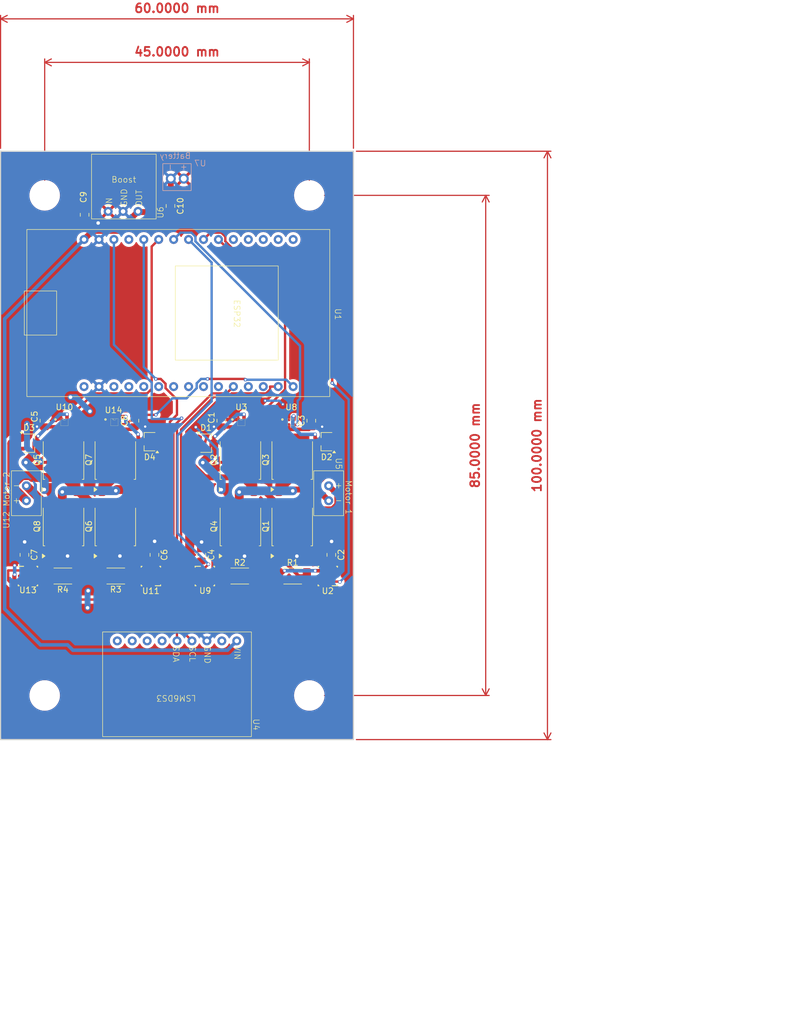
<source format=kicad_pcb>
(kicad_pcb (version 20241229) (generator "pcbnew") (generator_version "9.0")
  (layers (0 "F.Cu" signal) (2 "B.Cu" signal) (13 "F.Paste" user) (15 "B.Paste" user) (5 "F.SilkS" user "F.Silkscreen") (7 "B.SilkS" user "B.Silkscreen") (1 "F.Mask" user) (3 "B.Mask" user) (25 "Edge.Cuts" user))
  (net 0 "")
  (net 1 "+VDC")
  (net 2 "GND")
  (net 3 "Net-(U1-VIN)")
  (net 4 "Net-(D1-A)")
  (net 5 "Net-(D1-K)")
  (net 6 "Net-(D2-K)")
  (net 7 "Net-(D2-A)")
  (net 8 "Net-(D3-A)")
  (net 9 "Net-(D3-K)")
  (net 10 "Net-(D4-A)")
  (net 11 "Net-(D4-K)")
  (net 12 "Net-(Q1-G)")
  (net 13 "Net-(Q4-G)")
  (net 14 "Net-(Q6-G)")
  (net 15 "Net-(Q8-G)")
  (net 16 "Net-(U2-OUT)")
  (net 17 "Net-(U9-OUT)")
  (net 18 "Net-(U11-OUT)")
  (net 19 "Net-(U13-OUT)")
  (net 21 "/Motor1_Ena1")
  (net 23 "Net-(U1-D22)")
  (net 24 "/Motor2_Ena1")
  (net 25 "Net-(U1-D21)")
  (net 28 "/Motor2_PWM1")
  (net 32 "/Motor1_PWM1")
  (net 35 "/Motor1_PWM2")
  (net 38 "/Motor1_Ena2")
  (net 43 "/Motor2_Ena2")
  (net 44 "/Motor2_PWM2")
  (footprint "MountingHole:MountingHole_5mm" (layer "F.Cu") (at 104.41 53.5)
    (property "Reference" "REF**" (hide yes))
    (property "Value" "MountingHole_5mm")
  )
  (footprint "Resistor_SMD:R_2010_5025Metric_Pad1.40x2.65mm_HandSolder" (layer "F.Cu") (at 116.5 118.2 180)
    (property "Reference" "R3")
    (property "Value" "0.5 Ohms")
  )
  (footprint "Capacitor_SMD:C_0805_2012Metric_Pad1.18x1.45mm_HandSolder" (layer "F.Cu") (at 153.14625 114.6 -90)
    (property "Reference" "C2")
    (property "Value" "4.7 uF")
  )
  (footprint "MountingHole:MountingHole_5mm" (layer "F.Cu") (at 104.41 138.5)
    (property "Reference" "REF**" (hide yes))
    (property "Value" "MountingHole_5mm")
  )
  (footprint "Custom Footprints:LM5112SD" (layer "F.Cu") (at 152.54625 118.2 180)
    (property "Reference" "U2")
    (property "Value" "LM5112SD/NOPB" (hide yes))
  )
  (footprint "Capacitor_SMD:C_0805_2012Metric_Pad1.18x1.45mm_HandSolder" (layer "F.Cu") (at 100.96625 114.6 -90)
    (property "Reference" "C7")
    (property "Value" "4.7 uF")
  )
  (footprint "Package_TO_SOT_SMD:TSOT-23" (layer "F.Cu") (at 152.35125 95.385 180)
    (property "Reference" "D2")
    (property "Value" "10V Zener")
  )
  (footprint "Package_TO_SOT_SMD:TO-252-2" (layer "F.Cu") (at 107.6125 109.76 90)
    (property "Reference" "Q8")
    (property "Value" "Q_NMOS_Depletion_GDS")
  )
  (footprint "MountingHole:MountingHole_5mm" (layer "F.Cu") (at 149.41 53.5)
    (property "Reference" "REF**" (hide yes))
    (property "Value" "MountingHole_5mm")
  )
  (footprint "Resistor_SMD:R_2010_5025Metric_Pad1.40x2.65mm_HandSolder" (layer "F.Cu") (at 137.58 118.2)
    (property "Reference" "R2")
    (property "Value" "0.5 Ohms")
  )
  (footprint "Custom Footprints:Boost" (layer "F.Cu") (at 115.2 56.23 90)
    (property "Reference" "U6")
    (property "Value" "~" (hide yes))
  )
  (footprint "Capacitor_SMD:C_0805_2012Metric_Pad1.18x1.45mm_HandSolder" (layer "F.Cu") (at 131.04625 114.6 -90)
    (property "Reference" "C4")
    (property "Value" "4.7 uF")
  )
  (footprint "Custom Footprints:MIC5019YFT-TR" (layer "F.Cu") (at 107.76625 92.045)
    (property "Reference" "U10")
    (property "Value" "MIC5019YFT-TR")
  )
  (footprint "Custom Footprints:LM5112SD" (layer "F.Cu") (at 101.56625 118.2)
    (property "Reference" "U13")
    (property "Value" "LM5112SD/NOPB" (hide yes))
  )
  (footprint "Custom Footprints:MIC5019YFT-TR" (layer "F.Cu") (at 146.34625 92.045)
    (property "Reference" "U8")
    (property "Value" "MIC5019YFT-TR")
  )
  (footprint "Custom Footprints:LM5112SD" (layer "F.Cu") (at 131.64625 118.2)
    (property "Reference" "U9")
    (property "Value" "LM5112SD/NOPB" (hide yes))
  )
  (footprint "Package_TO_SOT_SMD:TO-252-2" (layer "F.Cu") (at 146.5 109.76 90)
    (property "Reference" "Q1")
    (property "Value" "Q_NMOS_Depletion_GDS")
  )
  (footprint "Custom Footprints:LM5112SD" (layer "F.Cu") (at 122.46625 118.2 180)
    (property "Reference" "U11")
    (property "Value" "LM5112SD/NOPB" (hide yes))
  )
  (footprint "Resistor_SMD:R_2010_5025Metric_Pad1.40x2.65mm_HandSolder" (layer "F.Cu") (at 107.5 118.2)
    (property "Reference" "R4")
    (property "Value" "0.5 Ohms")
  )
  (footprint "Package_TO_SOT_SMD:TO-252-2" (layer "F.Cu") (at 137.6925 98.46 90)
    (property "Reference" "Q2")
    (property "Value" "Q_NMOS_Depletion_GDS")
  )
  (footprint "Package_TO_SOT_SMD:TO-252-2" (layer "F.Cu") (at 137.6925 109.76 90)
    (property "Reference" "Q4")
    (property "Value" "Q_NMOS_Depletion_GDS")
  )
  (footprint "Package_TO_SOT_SMD:TO-252-2" (layer "F.Cu") (at 116.42 98.46 90)
    (property "Reference" "Q7")
    (property "Value" "Q_NMOS_Depletion_GDS")
  )
  (footprint "Capacitor_SMD:C_0805_2012Metric_Pad1.18x1.45mm_HandSolder" (layer "F.Cu") (at 123.06625 114.6 -90)
    (property "Reference" "C6")
    (property "Value" "4.7 uF")
  )
  (footprint "Capacitor_SMD:C_0805_2012Metric_Pad1.18x1.45mm_HandSolder" (layer "F.Cu") (at 119.66625 91.8 90)
    (property "Reference" "C8")
    (property "Value" "4.7 uF")
  )
  (footprint "Custom Footprints:MIC5019YFT-TR" (layer "F.Cu") (at 116.26625 92.045)
    (property "Reference" "U14")
    (property "Value" "MIC5019YFT-TR")
  )
  (footprint "Package_TO_SOT_SMD:TSOT-23" (layer "F.Cu") (at 131.84125 95.6)
    (property "Reference" "D1")
    (property "Value" "10V Zener")
  )
  (footprint "Package_TO_SOT_SMD:TSOT-23" (layer "F.Cu") (at 101.76125 95.6)
    (property "Reference" "D3")
    (property "Value" "10V Zener")
  )
  (footprint "Package_TO_SOT_SMD:TO-252-2" (layer "F.Cu") (at 116.42 109.76 90)
    (property "Reference" "Q6")
    (property "Value" "Q_NMOS_Depletion_GDS")
  )
  (footprint "Custom Footprints:Motor" (layer "F.Cu") (at 152.7 102.86)
    (property "Reference" "U5")
    (property "Value" "~" (hide yes))
  )
  (footprint "Custom Footprints:ESP32" (layer "F.Cu") (at 146.66 61 -90)
    (property "Reference" "U1")
    (property "Value" "~" (hide yes))
  )
  (footprint "Capacitor_SMD:C_0805_2012Metric_Pad1.18x1.45mm_HandSolder" (layer "F.Cu") (at 125.8 55.3 -90)
    (property "Reference" "C10")
    (property "Value" "4.7 uF")
  )
  (footprint "Capacitor_SMD:C_0805_2012Metric_Pad1.18x1.45mm_HandSolder" (layer "F.Cu") (at 111.2 56.8 90)
    (property "Reference" "C9")
    (property "Value" "4.7 uF")
  )
  (footprint "MountingHole:MountingHole_5mm" (layer "F.Cu") (at 149.41 138.5)
    (property "Reference" "REF**" (hide yes))
    (property "Value" "MountingHole_5mm")
  )
  (footprint "Capacitor_SMD:C_0805_2012Metric_Pad1.18x1.45mm_HandSolder" (layer "F.Cu") (at 149.74625 91.8 90)
    (property "Reference" "C3")
    (property "Value" "4.7 uF")
  )
  (footprint "Capacitor_SMD:C_0805_2012Metric_Pad1.18x1.45mm_HandSolder" (layer "F.Cu") (at 104.36625 91.8 90)
    (property "Reference" "C5")
    (property "Value" "4.7 uF")
  )
  (footprint "Custom Footprints:LSM6DS3" (layer "F.Cu") (at 137.07 129.224 -90)
    (property "Reference" "U4")
    (property "Value" "~" (hide yes))
  )
  (footprint "Custom Footprints:Motor" (layer "F.Cu") (at 101.3 105.4 180)
    (property "Reference" "U12")
    (property "Value" "~" (hide yes))
  )
  (footprint "Custom Footprints:MIC5019YFT-TR" (layer "F.Cu") (at 137.84625 92.045)
    (property "Reference" "U3")
    (property "Value" "MIC5019YFT-TR")
  )
  (footprint "Resistor_SMD:R_2010_5025Metric_Pad1.40x2.65mm_HandSolder" (layer "F.Cu") (at 146.58 118.2)
    (property "Reference" "R1")
    (property "Value" "0.5 Ohms")
  )
  (footprint "Package_TO_SOT_SMD:TSOT-23" (layer "F.Cu") (at 122.27125 95.385 180)
    (property "Reference" "D4")
    (property "Value" "10V Zener")
  )
  (footprint "Package_TO_SOT_SMD:TO-252-2" (layer "F.Cu") (at 146.5 98.46 90)
    (property "Reference" "Q3")
    (property "Value" "Q_NMOS_Depletion_GDS")
  )
  (footprint "Package_TO_SOT_SMD:TO-252-2" (layer "F.Cu") (at 107.6125 98.46 90)
    (property "Reference" "Q5")
    (property "Value" "Q_NMOS_Depletion_GDS")
  )
  (footprint "Capacitor_SMD:C_0805_2012Metric_Pad1.18x1.45mm_HandSolder" (layer "F.Cu") (at 134.44625 91.8 90)
    (property "Reference" "C1")
    (property "Value" "4.7 uF")
  )
  (footprint "Custom Footprints:Battery" (layer "B.Cu") (at 128.053 50.654 90)
    (property "Reference" "U7")
    (property "Value" "~" (hide yes))
  )
  (gr_rect (start 96.91 46) (end 156.91 146) (stroke (width 0.2)) (fill no) (layer "Edge.Cuts"))
  (dimension (type aligned) (layer "F.Cu") (pts (xy 96.91 46) (xy 156.91 46)) (height -22.5) (format (prefix "") (suffix "") (units 3) (units_format 1) (precision 4)) (style (thickness 0.2) (arrow_length 1.27) (text_position_mode 0) (arrow_direction outward) (extension_height 0.58642) (extension_offset 0.5) (keep_text_aligned yes)) (gr_text "60.0000 mm" (at 126.91 21.7 0) (layer "F.Cu") (effects (font (size 1.5 1.5) (thickness 0.3)))))
  (dimension (type aligned) (layer "F.Cu") (pts (xy 156.91 46) (xy 156.91 146)) (height -32.99) (format (prefix "") (suffix "") (units 3) (units_format 1) (precision 4)) (style (thickness 0.2) (arrow_length 1.27) (text_position_mode 0) (arrow_direction outward) (extension_height 0.58642) (extension_offset 0.5) (keep_text_aligned yes)) (gr_text "100.0000 mm" (at 188.1 96 90) (layer "F.Cu") (effects (font (size 1.5 1.5) (thickness 0.3)))))
  (dimension (type aligned) (layer "F.Cu") (pts (xy 104.41 53.5) (xy 149.41 53.5)) (height -22.6) (format (prefix "") (suffix "") (units 3) (units_format 1) (precision 4)) (style (thickness 0.2) (arrow_length 1.27) (text_position_mode 0) (arrow_direction outward) (extension_height 0.58642) (extension_offset 0.5) (keep_text_aligned yes)) (gr_text "45.0000 mm" (at 126.91 29.1 0) (layer "F.Cu") (effects (font (size 1.5 1.5) (thickness 0.3)))))
  (dimension (type aligned) (layer "F.Cu") (pts (xy 149.41 53.5) (xy 149.41 138.5)) (height -29.99) (format (prefix "") (suffix "") (units 3) (units_format 1) (precision 4)) (style (thickness 0.2) (arrow_length 1.27) (text_position_mode 0) (arrow_direction outward) (extension_height 0.58642) (extension_offset 0.5) (keep_text_aligned yes)) (gr_text "85.0000 mm" (at 177.6 96 90) (layer "F.Cu") (effects (font (size 1.5 1.5) (thickness 0.3)))))
  (segment (start 129.449998 119.149998) (end 130.24625 119.149998) (width 0.6) (layer "F.Cu") (net 1))
  (segment (start 135.27375 91.59) (end 134.44625 90.7625) (width 0.6) (layer "F.Cu") (net 1))
  (segment (start 149.18375 90.2) (end 149.74625 90.7625) (width 0.6) (layer "F.Cu") (net 1))
  (segment (start 129.1 116.85875) (end 129.1 118.8) (width 0.6) (layer "F.Cu") (net 1))
  (segment (start 131.04625 115.6375) (end 130.32125 115.6375) (width 0.6) (layer "F.Cu") (net 1))
  (segment (start 100.96625 115.6375) (end 100.0625 115.6375) (width 0.4) (layer "F.Cu") (net 1))
  (segment (start 100.6375 115.6375) (end 99.5 114.5) (width 1) (layer "F.Cu") (net 1))
  (segment (start 99.3 117.949999) (end 99.3 118.9) (width 0.6) (layer "F.Cu") (net 1))
  (segment (start 100.0625 115.6375) (end 99.3 116.4) (width 0.6) (layer "F.Cu") (net 1))
  (segment (start 137.39125 91.59) (end 135.27375 91.59) (width 0.6) (layer "F.Cu") (net 1))
  (segment (start 116.35205 90.1) (end 119.00375 90.1) (width 0.6) (layer "F.Cu") (net 1))
  (segment (start 145.89125 90.6708) (end 146.36205 90.2) (width 0.6) (layer "F.Cu") (net 1))
  (segment (start 99.549998 119.149998) (end 100.16625 119.149998) (width 0.6) (layer "F.Cu") (net 1))
  (segment (start 99.3 118.9) (end 99.549998 119.149998) (width 0.6) (layer "F.Cu") (net 1))
  (segment (start 130.32125 115.6375) (end 129.1 116.85875) (width 0.6) (layer "F.Cu") (net 1))
  (segment (start 115.81125 90.6408) (end 116.35205 90.1) (width 0.6) (layer "F.Cu") (net 1))
  (segment (start 146.36205 90.2) (end 149.18375 90.2) (width 0.6) (layer "F.Cu") (net 1))
  (segment (start 104.42875 90.7) (end 106.42125 90.7) (width 0.6) (layer "F.Cu") (net 1))
  (segment (start 104.36625 90.7625) (end 104.42875 90.7) (width 0.6) (layer "F.Cu") (net 1))
  (segment (start 100.96625 115.6375) (end 100.6375 115.6375) (width 1) (layer "F.Cu") (net 1))
  (segment (start 119.00375 90.1) (end 119.66625 90.7625) (width 0.6) (layer "F.Cu") (net 1))
  (segment (start 145.89125 91.59) (end 145.89125 90.6708) (width 0.6) (layer "F.Cu") (net 1))
  (segment (start 129.1 118.8) (end 129.449998 119.149998) (width 0.6) (layer "F.Cu") (net 1))
  (segment (start 123.06625 115.6375) (end 123.86625 116.4375) (width 0.6) (layer "F.Cu") (net 1))
  (segment (start 106.42125 90.7) (end 107.31125 91.59) (width 0.6) (layer "F.Cu") (net 1))
  (segment (start 115.81125 91.59) (end 115.81125 90.6408) (width 0.6) (layer "F.Cu") (net 1))
  (segment (start 123.86625 116.4375) (end 123.86625 117.250002) (width 0.6) (layer "F.Cu") (net 1))
  (via (at 111.8 120.7) (size 1) (drill 0.6) (layers "F.Cu" "B.Cu") (net 1))
  (via (at 108.8 87.8) (size 1) (drill 0.6) (layers "F.Cu" "B.Cu") (net 1))
  (via (at 111.7 123.6) (size 1) (drill 0.6) (layers "F.Cu" "B.Cu") (net 1))
  (via (at 112.1 90.2) (size 1) (drill 0.6) (layers "F.Cu" "B.Cu") (net 1))
  (via (at 133.8 99) (size 0.6) (drill 0.4) (layers "F.Cu" "B.Cu") (net 1))
  (via (at 144.9 89) (size 0.6) (drill 0.3) (layers "F.Cu" "B.Cu") (net 1))
  (via (at 99.3 116.4) (size 0.6) (drill 0.4) (layers "F.Cu" "B.Cu") (net 1))
  (via (at 99.3 117.949999) (size 0.6) (drill 0.4) (layers "F.Cu" "B.Cu") (net 1))
  (via (at 103.8 98.8) (size 0.6) (drill 0.3) (layers "F.Cu" "B.Cu") (net 1))
  (via (at 130.1 92.9) (size 0.6) (drill 0.4) (layers "F.Cu" "B.Cu") (net 1))
  (via (at 101.4 92.3) (size 0.6) (drill 0.3) (layers "F.Cu" "B.Cu") (net 1))
  (via (at 141.9 88.4) (size 0.6) (drill 0.3) (layers "F.Cu" "B.Cu") (net 1))
  (segment (start 111.7 120.8) (end 111.8 120.7) (width 1) (layer "B.Cu") (net 1))
  (segment (start 141.9 88.4) (end 144.3 88.4) (width 0.4) (layer "B.Cu") (net 1))
  (segment (start 144.3 88.4) (end 144.9 89) (width 0.4) (layer "B.Cu") (net 1))
  (segment (start 109.7 87.8) (end 112.1 90.2) (width 1) (layer "B.Cu") (net 1))
  (segment (start 108.8 87.8) (end 109.7 87.8) (width 1) (layer "B.Cu") (net 1))
  (segment (start 101.4 96.4) (end 101.4 92.3) (width 1) (layer "B.Cu") (net 1))
  (segment (start 111.7 123.6) (end 111.7 120.8) (width 1) (layer "B.Cu") (net 1))
  (segment (start 99.3 116.4) (end 99.3 117.949999) (width 0.6) (layer "B.Cu") (net 1))
  (segment (start 130.1 92.9) (end 133.8 96.6) (width 0.4) (layer "B.Cu") (net 1))
  (segment (start 133.8 96.6) (end 133.8 99) (width 0.4) (layer "B.Cu") (net 1))
  (segment (start 103.8 98.8) (end 101.4 96.4) (width 1) (layer "B.Cu") (net 1))
  (segment (start 133.055625 114.858125) (end 131.780625 113.583125) (width 0.6) (layer "F.Cu") (net 2))
  (segment (start 102.96625 118.2) (end 102.96625 117.249999) (width 0.6) (layer "F.Cu") (net 2))
  (segment (start 100.96625 113.5625) (end 100.96625 112.43375) (width 0.6) (layer "F.Cu") (net 2))
  (segment (start 133.226875 92.858125) (end 133.189375 92.820625) (width 0.6) (layer "F.Cu") (net 2))
  (segment (start 134.455625 92.858125) (end 137.063125 92.858125) (width 0.6) (layer "F.Cu") (net 2))
  (segment (start 151.5 115) (end 151.5 115.882588) (width 0.6) (layer "F.Cu") (net 2))
  (segment (start 100.96625 112.43375) (end 101 112.4) (width 0.6) (layer "F.Cu") (net 2))
  (segment (start 130.255625 118.220625) (end 131.655625 118.220625) (width 0.6) (layer "F.Cu") (net 2))
  (segment (start 118.7 114.8) (end 117.2 114.8) (width 1.5) (layer "F.Cu") (net 2))
  (segment (start 121.84125 114.7875) (end 121.84125 116.292588) (width 0.6) (layer "F.Cu") (net 2))
  (segment (start 131.055625 112.454375) (end 131.089375 112.420625) (width 0.6) (layer "F.Cu") (net 2))
  (segment (start 115.96725 93.254) (end 115.81125 93.098) (width 0.6) (layer "F.Cu") (net 2))
  (segment (start 104.36625 92.8375) (end 106.97375 92.8375) (width 0.6) (layer "F.Cu") (net 2))
  (segment (start 151.155625 118.220625) (end 152.555625 118.220625) (width 0.6) (layer "F.Cu") (net 2))
  (segment (start 121.06625 118.2) (end 121.06625 119.150001) (width 0.6) (layer "F.Cu") (net 2))
  (segment (start 125.853 50.654) (end 125.853 54.2095) (width 1) (layer "F.Cu") (net 2))
  (segment (start 102.96625 114.8375) (end 101.69125 113.5625) (width 0.6) (layer "F.Cu") (net 2))
  (segment (start 125.853 54.2095) (end 125.8 54.2625) (width 1) (layer "F.Cu") (net 2))
  (segment (start 103.1375 92.8375) (end 103.1 92.8) (width 0.6) (layer "F.Cu") (net 2))
  (segment (start 123.06625 113.5625) (end 121.84125 114.7875) (width 0.6) (layer "F.Cu") (net 2))
  (segment (start 153.155625 113.344375) (end 151.5 115) (width 0.6) (layer "F.Cu") (net 2))
  (segment (start 113.1375 57.8375) (end 113.5 58.2) (width 1) (layer "F.Cu") (net 2))
  (segment (start 119.66625 92.8375) (end 121.4625 92.8375) (width 0.6) (layer "F.Cu") (net 2))
  (segment (start 153.189375 112.320625) (end 153.155625 112.354375) (width 0.6) (layer "F.Cu") (net 2))
  (segment (start 134.455625 92.858125) (end 133.226875 92.858125) (width 0.6) (layer "F.Cu") (net 2))
  (segment (start 119.24975 93.254) (end 115.96725 93.254) (width 0.6) (layer "F.Cu") (net 2))
  (segment (start 153.155625 112.354375) (end 153.155625 113.344375) (width 0.6) (layer "F.Cu") (net 2))
  (segment (start 123.06625 113.5625) (end 123.06625 112.33375) (width 0.6) (layer "F.Cu") (net 2))
  (segment (start 115.81125 93.098) (end 115.81125 92.5) (width 0.6) (layer "F.Cu") (net 2))
  (segment (start 102.96625 117.249999) (end 102.96625 114.8375) (width 0.6) (layer "F.Cu") (net 2))
  (segment (start 122.46625 118.2) (end 123.86625 118.2) (width 0.6) (layer "F.Cu") (net 2))
  (segment (start 106.97375 92.8375) (end 107.31125 92.5) (width 0.6) (layer "F.Cu") (net 2))
  (segment (start 121.4625 92.8375) (end 121.5 92.8) (width 0.6) (layer "F.Cu") (net 2))
  (segment (start 100.16625 118.2) (end 101.56625 118.2) (width 0.6) (layer "F.Cu") (net 2))
  (segment (start 133.055625 118.220625) (end 133.055625 117.270624) (width 0.6) (layer "F.Cu") (net 2))
  (segment (start 146.056625 93.274625) (end 145.900625 93.118625) (width 0.6) (layer "F.Cu") (net 2))
  (segment (start 152.555625 118.220625) (end 153.955625 118.220625) (width 0.6) (layer "F.Cu") (net 2))
  (segment (start 119.66625 92.8375) (end 119.24975 93.254) (width 0.6) (layer "F.Cu") (net 2))
  (segment (start 122.46625 116.917588) (end 122.46625 118.2) (width 0.6) (layer "F.Cu") (net 2))
  (segment (start 151.5 115.882588) (end 152.555625 116.938213) (width 0.6) (layer "F.Cu") (net 2))
  (segment (start 149.755625 92.858125) (end 151.551875 92.858125) (width 0.6) (layer "F.Cu") (net 2))
  (segment (start 139.981875 114.820625) (end 138.389375 114.820625) (width 1.5) (layer "F.Cu") (net 2))
  (segment (start 109.8925 114.8) (end 108.3 114.8) (width 1.5) (layer "F.Cu") (net 2))
  (segment (start 149.339125 93.274625) (end 146.056625 93.274625) (width 0.6) (layer "F.Cu") (net 2))
  (segment (start 133.055625 117.270624) (end 133.055625 114.858125) (width 0.6) (layer "F.Cu") (net 2))
  (segment (start 131.780625 113.583125) (end 131.055625 113.583125) (width 0.6) (layer "F.Cu") (net 2))
  (segment (start 131.655625 118.220625) (end 133.055625 118.220625) (width 0.6) (layer "F.Cu") (net 2))
  (segment (start 123.06625 112.33375) (end 123.1 112.3) (width 0.6) (layer "F.Cu") (net 2))
  (segment (start 148.789375 114.820625) (end 147.289375 114.820625) (width 1.5) (layer "F.Cu") (net 2))
  (segment (start 152.555625 116.938213) (end 152.555625 118.220625) (width 0.6) (layer "F.Cu") (net 2))
  (segment (start 101.56625 118.2) (end 102.96625 118.2) (width 0.6) (layer "F.Cu") (net 2))
  (segment (start 101.69125 113.5625) (end 100.96625 113.5625) (width 0.6) (layer "F.Cu") (net 2))
  (segment (start 111.2 57.8375) (end 113.1375 57.8375) (width 1) (layer "F.Cu") (net 2))
  (segment (start 104.36625 92.8375) (end 103.1375 92.8375) (width 0.6) (layer "F.Cu") (net 2))
  (segment (start 121.84125 116.292588) (end 122.46625 116.917588) (width 0.6) (layer "F.Cu") (net 2))
  (segment (start 151.551875 92.858125) (end 151.589375 92.820625) (width 0.6) (layer "F.Cu") (net 2))
  (segment (start 151.155625 118.220625) (end 151.155625 119.170626) (width 0.6) (layer "F.Cu") (net 2))
  (segment (start 137.063125 92.858125) (end 137.400625 92.520625) (width 0.6) (layer "F.Cu") (net 2))
  (segment (start 145.900625 93.118625) (end 145.900625 92.520625) (width 0.6) (layer "F.Cu") (net 2))
  (segment (start 121.06625 118.2) (end 122.46625 118.2) (width 0.6) (layer "F.Cu") (net 2))
  (segment (start 131.055625 113.583125) (end 131.055625 112.454375) (width 0.6) (layer "F.Cu") (net 2))
  (segment (start 149.755625 92.858125) (end 149.339125 93.274625) (width 0.6) (layer "F.Cu") (net 2))
  (via (at 138.389375 114.820625) (size 1) (drill 0.6) (layers "F.Cu" "B.Cu") (net 2))
  (via (at 101 112.4) (size 1) (drill 0.6) (layers "F.Cu" "B.Cu") (net 2))
  (via (at 113.5 58.2) (size 1) (drill 0.6) (layers "F.Cu" "B.Cu") (net 2))
  (via (at 153.189375 112.320625) (size 1) (drill 0.6) (layers "F.Cu" "B.Cu") (net 2))
  (via (at 147.289375 114.820625) (size 1) (drill 0.6) (layers "F.Cu" "B.Cu") (net 2))
  (via (at 123.1 112.3) (size 1) (drill 0.6) (layers "F.Cu" "B.Cu") (net 2))
  (via (at 108.3 114.8) (size 1) (drill 0.6) (layers "F.Cu" "B.Cu") (net 2))
  (via (at 133.189375 92.820625) (size 0.6) (drill 0.4) (layers "F.Cu" "B.Cu") (net 2))
  (via (at 151.589375 92.820625) (size 0.6) (drill 0.4) (layers "F.Cu" "B.Cu") (net 2))
  (via (at 103.1 92.8) (size 0.6) (drill 0.4) (layers "F.Cu" "B.Cu") (net 2))
  (via (at 117.2 114.8) (size 1) (drill 0.6) (layers "F.Cu" "B.Cu") (net 2))
  (via (at 131.089375 112.420625) (size 1) (drill 0.6) (layers "F.Cu" "B.Cu") (net 2))
  (via (at 121.5 92.8) (size 0.6) (drill 0.4) (layers "F.Cu" "B.Cu") (net 2))
  (segment (start 116.972 59.538) (end 112.562 59.538) (width 1) (layer "F.Cu") (net 3))
  (segment (start 120.28 56.23) (end 116.972 59.538) (width 1) (layer "F.Cu") (net 3))
  (segment (start 120.3875 56.3375) (end 120.28 56.23) (width 1) (layer "F.Cu") (net 3))
  (segment (start 112.562 59.538) (end 111.1 61) (width 1) (layer "F.Cu") (net 3))
  (segment (start 125.8 56.3375) (end 120.3875 56.3375) (width 1) (layer "F.Cu") (net 3))
  (segment (start 109.2 130.8) (end 108.3 129.9) (width 0.6) (layer "B.Cu") (net 3))
  (segment (start 97.6 123.8) (end 97.6 74.5) (width 0.6) (layer "B.Cu") (net 3))
  (segment (start 103.7 129.9) (end 97.6 123.8) (width 0.6) (layer "B.Cu") (net 3))
  (segment (start 97.6 74.5) (end 111.1 61) (width 0.6) (layer "B.Cu") (net 3))
  (segment (start 135.494 130.8) (end 109.2 130.8) (width 0.6) (layer "B.Cu") (net 3))
  (segment (start 108.3 129.9) (end 103.7 129.9) (width 0.6) (layer "B.Cu") (net 3))
  (segment (start 137.07 129.224) (end 135.494 130.8) (width 0.6) (layer "B.Cu") (net 3))
  (segment (start 152.7 102.86) (end 154.162 104.322) (width 1) (layer "F.Cu") (net 4))
  (segment (start 139.9725 103.5) (end 141.5 103.5) (width 1) (layer "F.Cu") (net 4))
  (segment (start 141.5 103.5) (end 146.5 108.5) (width 1) (layer "F.Cu") (net 4))
  (segment (start 153.338 106.862) (end 148.062 106.862) (width 1) (layer "F.Cu") (net 4))
  (segment (start 130.53125 94.65) (end 129.22125 95.96) (width 1) (layer "F.Cu") (net 4))
  (segment (start 129.22125 99.02125) (end 131.630625 101.430625) (width 1) (layer "F.Cu") (net 4))
  (segment (start 129.22125 95.96) (end 129.22125 99.02125) (width 1) (layer "F.Cu") (net 4))
  (segment (start 154.162 104.322) (end 154.162 106.038) (width 1) (layer "F.Cu") (net 4))
  (segment (start 154.162 106.038) (end 153.338 106.862) (width 1) (layer "F.Cu") (net 4))
  (segment (start 131.630625 101.430625) (end 137.903125 101.430625) (width 1) (layer "F.Cu") (net 4))
  (segment (start 148.062 106.862) (end 148.025 106.825) (width 1) (layer "F.Cu") (net 4))
  (segment (start 137.903125 101.430625) (end 139.9725 103.5) (width 1) (layer "F.Cu") (net 4))
  (segment (start 133.160625 95.620625) (end 133.160625 94.649375) (width 0.6) (layer "F.Cu") (net 5))
  (segment (start 138.289375 90.720625) (end 138.3 90.73125) (width 0.6) (layer "F.Cu") (net 5))
  (segment (start 133.160625 97.049375) (end 133.160625 95.620625) (width 1.5) (layer "F.Cu") (net 5))
  (segment (start 138.289375 91.589375) (end 138.310625 91.610625) (width 0.4) (layer "F.Cu") (net 5))
  (segment (start 131.289375 98.920625) (end 133.160625 97.049375) (width 1.5) (layer "F.Cu") (net 5))
  (segment (start 138.3 91.57875) (end 138.289375 91.589375) (width 0.6) (layer "F.Cu") (net 5))
  (segment (start 135.421875 103.520625) (end 134.433539 103.520625) (width 1.5) (layer "F.Cu") (net 5))
  (segment (start 138.3 90.73125) (end 138.3 91.57875) (width 0.6) (layer "F.Cu") (net 5))
  (segment (start 133.160625 94.649375) (end 133.389375 94.420625) (width 0.6) (layer "F.Cu") (net 5))
  (via (at 131.289375 98.920625) (size 1) (drill 0.6) (layers "F.Cu" "B.Cu") (net 5))
  (via (at 134.433539 103.520625) (size 1) (drill 0.6) (layers "F.Cu" "B.Cu") (net 5))
  (via (at 133.389375 94.420625) (size 0.6) (drill 0.4) (layers "F.Cu" "B.Cu") (net 5))
  (via (at 138.289375 90.720625) (size 0.6) (drill 0.4) (layers "F.Cu" "B.Cu") (net 5))
  (segment (start 133.389375 94.420625) (end 133.434375 94.420625) (width 0.6) (layer "B.Cu") (net 5))
  (segment (start 134.433539 103.520625) (end 134.433539 102.064789) (width 1.5) (layer "B.Cu") (net 5))
  (segment (start 134.433539 102.064789) (end 131.289375 98.920625) (width 1.5) (layer "B.Cu") (net 5))
  (segment (start 137.134375 90.720625) (end 138.289375 90.720625) (width 0.6) (layer "B.Cu") (net 5))
  (segment (start 133.434375 94.420625) (end 137.134375 90.720625) (width 0.6) (layer "B.Cu") (net 5))
  (segment (start 146.379375 101.370625) (end 149.739375 101.370625) (width 1.5) (layer "F.Cu") (net 6))
  (segment (start 146.810625 91.07925) (end 146.810625 91.610625) (width 0.6) (layer "F.Cu") (net 6))
  (segment (start 146.731375 91) (end 146.810625 91.07925) (width 0.6) (layer "F.Cu") (net 6))
  (segment (start 151.050625 100.059375) (end 151.050625 95.405625) (width 1.5) (layer "F.Cu") (net 6))
  (segment (start 144.229375 103.520625) (end 146.379375 101.370625) (width 1.5) (layer "F.Cu") (net 6))
  (segment (start 149.739375 101.370625) (end 151.050625 100.059375) (width 1.5) (layer "F.Cu") (net 6))
  (segment (start 150.389375 94.744375) (end 151.050625 95.405625) (width 0.6) (layer "F.Cu") (net 6))
  (segment (start 150.389375 94.120625) (end 150.389375 94.744375) (width 0.6) (layer "F.Cu") (net 6))
  (via (at 150.389375 94.120625) (size 0.6) (drill 0.4) (layers "F.Cu" "B.Cu") (net 6))
  (via (at 146.731375 91) (size 0.6) (drill 0.4) (layers "F.Cu" "B.Cu") (net 6))
  (segment (start 146.589375 92.805996) (end 147.904004 94.120625) (width 0.6) (layer "B.Cu") (net 6))
  (segment (start 146.731375 91) (end 146.589375 91.142) (width 0.6) (layer "B.Cu") (net 6))
  (segment (start 147.904004 94.120625) (end 150.389375 94.120625) (width 0.6) (layer "B.Cu") (net 6))
  (segment (start 146.589375 91.142) (end 146.589375 92.805996) (width 0.6) (layer "B.Cu") (net 6))
  (segment (start 153.66125 99.49936) (end 153.66125 96.335) (width 1) (layer "F.Cu") (net 7))
  (segment (start 137.489375 103.920625) (end 137.489375 105.533125) (width 1.5) (layer "F.Cu") (net 7))
  (segment (start 150.8 103.5) (end 152.7 105.4) (width 1) (layer "F.Cu") (net 7))
  (segment (start 148.78 103.5) (end 150.8 103.5) (width 1) (layer "F.Cu") (net 7))
  (segment (start 137.489375 105.533125) (end 136.176875 106.845625) (width 1.5) (layer "F.Cu") (net 7))
  (segment (start 148.78 103.5) (end 149.66061 103.5) (width 1) (layer "F.Cu") (net 7))
  (segment (start 149.66061 103.5) (end 153.66125 99.49936) (width 1) (layer "F.Cu") (net 7))
  (segment (start 137.029375 108.520625) (end 137.701875 108.520625) (width 1.5) (layer "F.Cu") (net 7))
  (segment (start 148.78 103.5) (end 146.81 103.5) (width 1) (layer "F.Cu") (net 7))
  (segment (start 146.81 103.5) (end 146.589375 103.720625) (width 1) (layer "F.Cu") (net 7))
  (via (at 146.589375 103.720625) (size 1) (drill 0.6) (layers "F.Cu" "B.Cu") (net 7))
  (via (at 137.489375 103.920625) (size 1) (drill 0.6) (layers "F.Cu" "B.Cu") (net 7))
  (segment (start 146.589375 103.720625) (end 137.689375 103.720625) (width 1.5) (layer "B.Cu") (net 7))
  (segment (start 137.689375 103.720625) (end 137.489375 103.920625) (width 1.5) (layer "B.Cu") (net 7))
  (segment (start 109.916484 103.5) (end 109.8925 103.5) (width 1.5) (layer "F.Cu") (net 8))
  (segment (start 99.841251 94.65) (end 98.8 95.691251) (width 1.5) (layer "F.Cu") (net 8))
  (segment (start 102.311134 101.45) (end 102.009134 101.148) (width 1.5) (layer "F.Cu") (net 8))
  (segment (start 100.552 101.148) (end 98.8 102.9) (width 1.5) (layer "F.Cu") (net 8))
  (segment (start 98.8 95.691251) (end 98.8 102.9) (width 1.5) (layer "F.Cu") (net 8))
  (segment (start 116.42 108.5) (end 114.916484 108.5) (width 1.5) (layer "F.Cu") (net 8))
  (segment (start 107.8425 101.45) (end 102.311134 101.45) (width 1.5) (layer "F.Cu") (net 8))
  (segment (start 109.8925 103.5) (end 107.8425 101.45) (width 1.5) (layer "F.Cu") (net 8))
  (segment (start 114.916484 108.5) (end 109.916484 103.5) (width 1.5) (layer "F.Cu") (net 8))
  (segment (start 100.45125 94.65) (end 99.841251 94.65) (width 1.5) (layer "F.Cu") (net 8))
  (segment (start 102.009134 101.148) (end 100.552 101.148) (width 1.5) (layer "F.Cu") (net 8))
  (segment (start 98.8 102.9) (end 101.3 105.4) (width 1.5) (layer "F.Cu") (net 8))
  (segment (start 105.3325 103.5) (end 104.344164 103.5) (width 1.5) (layer "F.Cu") (net 9))
  (segment (start 103.07125 95.6) (end 103.07125 94.62875) (width 0.6) (layer "F.Cu") (net 9))
  (segment (start 108.2 91.56875) (end 108.22125 91.59) (width 0.6) (layer "F.Cu") (net 9))
  (segment (start 103.07125 94.62875) (end 103.3 94.4) (width 0.6) (layer "F.Cu") (net 9))
  (segment (start 103.07125 97.02875) (end 103.07125 95.6) (width 1.5) (layer "F.Cu") (net 9))
  (segment (start 101.2 98.9) (end 103.07125 97.02875) (width 1.5) (layer "F.Cu") (net 9))
  (segment (start 108.2 90.7) (end 108.2 91.56875) (width 0.6) (layer "F.Cu") (net 9))
  (via (at 108.2 90.7) (size 0.6) (drill 0.4) (layers "F.Cu" "B.Cu") (net 9))
  (via (at 101.2 98.9) (size 1) (drill 0.6) (layers "F.Cu" "B.Cu") (net 9))
  (via (at 104.344164 103.5) (size 1) (drill 0.6) (layers "F.Cu" "B.Cu") (net 9))
  (via (at 103.3 94.4) (size 0.6) (drill 0.4) (layers "F.Cu" "B.Cu") (net 9))
  (segment (start 104.344164 103.5) (end 104.344164 102.044164) (width 1.5) (layer "B.Cu") (net 9))
  (segment (start 103.3 94.4) (end 107 90.7) (width 0.6) (layer "B.Cu") (net 9))
  (segment (start 104.344164 102.044164) (end 101.2 98.9) (width 1.5) (layer "B.Cu") (net 9))
  (segment (start 107 90.7) (end 108.2 90.7) (width 0.6) (layer "B.Cu") (net 9))
  (segment (start 116.7 103.5) (end 116.5 103.7) (width 1.5) (layer "F.Cu") (net 10))
  (segment (start 101.3 102.86) (end 106.94 108.5) (width 1.5) (layer "F.Cu") (net 10))
  (segment (start 122.66125 97.255) (end 123.58125 96.335) (width 1) (layer "F.Cu") (net 10))
  (segment (start 118.7 103.5) (end 119.904164 103.5) (width 1) (layer "F.Cu") (net 10))
  (segment (start 107.4 105.5125) (end 106.0875 106.825) (width 1.5) (layer "F.Cu") (net 10))
  (segment (start 106.94 108.5) (end 107.6125 108.5) (width 1.5) (layer "F.Cu") (net 10))
  (segment (start 107.4 103.9) (end 107.4 105.5125) (width 1.5) (layer "F.Cu") (net 10))
  (segment (start 122.66125 100.742914) (end 122.66125 97.255) (width 1) (layer "F.Cu") (net 10))
  (segment (start 118.7 103.5) (end 116.7 103.5) (width 1.5) (layer "F.Cu") (net 10))
  (segment (start 119.904164 103.5) (end 122.66125 100.742914) (width 1) (layer "F.Cu") (net 10))
  (via (at 107.4 103.9) (size 1) (drill 0.6) (layers "F.Cu" "B.Cu") (net 10))
  (via (at 116.5 103.7) (size 1) (drill 0.6) (layers "F.Cu" "B.Cu") (net 10))
  (segment (start 116.5 103.7) (end 107.6 103.7) (width 1.5) (layer "B.Cu") (net 10))
  (segment (start 107.6 103.7) (end 107.4 103.9) (width 1.5) (layer "B.Cu") (net 10))
  (segment (start 120.96125 100.03875) (end 120.96125 95.385) (width 1.5) (layer "F.Cu") (net 11))
  (segment (start 119.65 101.35) (end 120.96125 100.03875) (width 1.5) (layer "F.Cu") (net 11))
  (segment (start 120.3 94.72375) (end 120.96125 95.385) (width 0.6) (layer "F.Cu") (net 11))
  (segment (start 114.14 103.5) (end 116.29 101.35) (width 1.5) (layer "F.Cu") (net 11))
  (segment (start 120.3 94.1) (end 120.3 94.72375) (width 0.6) (layer "F.Cu") (net 11))
  (segment (start 117.21125 91.1) (end 116.72125 91.59) (width 0.6) (layer "F.Cu") (net 11))
  (segment (start 118.2 91.1) (end 117.21125 91.1) (width 0.6) (layer "F.Cu") (net 11))
  (segment (start 116.29 101.35) (end 119.65 101.35) (width 1.5) (layer "F.Cu") (net 11))
  (via (at 118.2 91.1) (size 0.6) (drill 0.4) (layers "F.Cu" "B.Cu") (net 11))
  (via (at 120.3 94.1) (size 0.6) (drill 0.4) (layers "F.Cu" "B.Cu") (net 11))
  (segment (start 118.2 91.1) (end 118.2 92) (width 0.6) (layer "B.Cu") (net 11))
  (segment (start 118.2 92) (end 120.3 94.1) (width 0.6) (layer "B.Cu") (net 11))
  (segment (start 144.189375 114.860625) (end 144.229375 114.820625) (width 0.6) (layer "F.Cu") (net 12))
  (segment (start 147.62 118.2) (end 148.98 118.2) (width 0.6) (layer "F.Cu") (net 12))
  (segment (start 144.22 114.8) (end 147.62 118.2) (width 0.6) (layer "F.Cu") (net 12))
  (segment (start 138.821875 118.220625) (end 135.421875 114.820625) (width 0.6) (layer "F.Cu") (net 13))
  (segment (start 139.989375 118.220625) (end 138.821875 118.220625) (width 0.6) (layer "F.Cu") (net 13))
  (segment (start 114.1 118.2) (end 114.1 114.84) (width 0.6) (layer "F.Cu") (net 14))
  (segment (start 114.1 114.84) (end 114.14 114.8) (width 0.6) (layer "F.Cu") (net 14))
  (segment (start 108.7325 118.2) (end 105.3325 114.8) (width 0.6) (layer "F.Cu") (net 15))
  (segment (start 109.9 118.2) (end 108.7325 118.2) (width 0.6) (layer "F.Cu") (net 15))
  (segment (start 144.18 118.2) (end 144.3 118.2) (width 0.6) (layer "F.Cu") (net 16))
  (segment (start 144.1 118.2) (end 144.189375 118.110625) (width 0.6) (layer "F.Cu") (net 16))
  (segment (start 151.096252 117.3) (end 151.14625 117.250002) (width 0.6) (layer "F.Cu") (net 16))
  (segment (start 144.3 118.2) (end 145.2 117.3) (width 0.6) (layer "F.Cu") (net 16))
  (segment (start 150.4 117.3) (end 151.096252 117.3) (width 0.6) (layer "F.Cu") (net 16))
  (via (at 150.4 117.3) (size 0.6) (drill 0.4) (layers "F.Cu" "B.Cu") (net 16))
  (via (at 145.2 117.3) (size 0.6) (drill 0.4) (layers "F.Cu" "B.Cu") (net 16))
  (segment (start 145.2 117.3) (end 150.4 117.3) (width 0.6) (layer "B.Cu") (net 16))
  (segment (start 133.055625 119.170623) (end 134.239377 119.170623) (width 0.6) (layer "F.Cu") (net 17))
  (segment (start 134.239377 119.170623) (end 135.189375 118.220625) (width 0.6) (layer "F.Cu") (net 17))
  (segment (start 118.9 118.2) (end 119.849998 117.250002) (width 0.6) (layer "F.Cu") (net 18))
  (segment (start 119.849998 117.250002) (end 121.06625 117.250002) (width 0.6) (layer "F.Cu") (net 18))
  (segment (start 104.150002 119.149998) (end 105.1 118.2) (width 0.6) (layer "F.Cu") (net 19))
  (segment (start 102.96625 119.149998) (end 104.150002 119.149998) (width 0.6) (layer "F.Cu") (net 19))
  (segment (start 138.30125 92.5) (end 139.263317 92.5) (width 0.4) (layer "F.Cu") (net 21))
  (segment (start 145.282 86.481317) (end 145.282 72.322) (width 0.4) (layer "F.Cu") (net 21))
  (segment (start 139.263317 92.5) (end 145.282 86.481317) (width 0.4) (layer "F.Cu") (net 21))
  (segment (start 145.282 72.322) (end 133.96 61) (width 0.4) (layer "F.Cu") (net 21))
  (segment (start 142.061317 87.162) (end 142.742 86.481317) (width 0.4) (layer "F.Cu") (net 23))
  (segment (start 127.6 93.3) (end 133.138 87.762) (width 0.4) (layer "F.Cu") (net 23))
  (segment (start 135.586528 87.762) (end 136.186528 87.162) (width 0.4) (layer "F.Cu") (net 23))
  (segment (start 127.6 127.374) (end 127.6 93.3) (width 0.4) (layer "F.Cu") (net 23))
  (segment (start 142.742 86) (end 144.12 86) (width 0.4) (layer "F.Cu") (net 23))
  (segment (start 136.186528 87.162) (end 142.061317 87.162) (width 0.4) (layer "F.Cu") (net 23))
  (segment (start 142.742 86.481317) (end 142.742 86) (width 0.4) (layer "F.Cu") (net 23))
  (segment (start 129.45 129.224) (end 127.6 127.374) (width 0.4) (layer "F.Cu") (net 23))
  (segment (start 133.138 87.762) (end 135.586528 87.762) (width 0.4) (layer "F.Cu") (net 23))
  (segment (start 108.22125 92.5) (end 109.2 92.5) (width 0.4) (layer "F.Cu") (net 24))
  (segment (start 112.72795 87.162) (end 121.838 87.162) (width 0.4) (layer "F.Cu") (net 24))
  (segment (start 121.838 87.162) (end 122.6 86.4) (width 0.4) (layer "F.Cu") (net 24))
  (segment (start 122.6 86.4) (end 122.6 62.2) (width 0.4) (layer "F.Cu") (net 24))
  (segment (start 109.2 90.68995) (end 112.72795 87.162) (width 0.4) (layer "F.Cu") (net 24))
  (segment (start 109.2 92.5) (end 109.2 90.68995) (width 0.4) (layer "F.Cu") (net 24))
  (segment (start 122.6 62.2) (end 123.8 61) (width 0.4) (layer "F.Cu") (net 24))
  (segment (start 126.9 93.151472) (end 132.889472 87.162) (width 0.4) (layer "F.Cu") (net 25))
  (segment (start 135.338 87.162) (end 136.5 86) (width 0.4) (layer "F.Cu") (net 25))
  (segment (start 132.889472 87.162) (end 135.338 87.162) (width 0.4) (layer "F.Cu") (net 25))
  (segment (start 126.9 129.214) (end 126.9 93.151472) (width 0.4) (layer "F.Cu") (net 25))
  (segment (start 126.91 129.224) (end 126.9 129.214) (width 0.4) (layer "F.Cu") (net 25))
  (segment (start 124.962 86.265317) (end 124.962 85.518683) (width 0.4) (layer "F.Cu") (net 28))
  (segment (start 126.9 90.78995) (end 126.9 88.203317) (width 0.4) (layer "F.Cu") (net 28))
  (segment (start 124.143317 84.7) (end 123.3 84.7) (width 0.4) (layer "F.Cu") (net 28))
  (segment (start 126.9 88.203317) (end 124.962 86.265317) (width 0.4) (layer "F.Cu") (net 28))
  (segment (start 125.649999 119.150001) (end 125.7 119.1) (width 0.4) (layer "F.Cu") (net 28))
  (segment (start 125.7 91.98995) (end 126.9 90.78995) (width 0.4) (layer "F.Cu") (net 28))
  (segment (start 124.962 85.518683) (end 124.143317 84.7) (width 0.4) (layer "F.Cu") (net 28))
  (segment (start 123.86625 119.150001) (end 125.649999 119.150001) (width 0.4) (layer "F.Cu") (net 28))
  (segment (start 125.7 119.1) (end 125.7 91.98995) (width 0.4) (layer "F.Cu") (net 28))
  (via (at 123.3 84.7) (size 0.6) (drill 0.3) (layers "F.Cu" "B.Cu") (net 28))
  (segment (start 123.3 84.7) (end 121.26 82.66) (width 0.4) (layer "B.Cu") (net 28))
  (segment (start 121.26 82.66) (end 121.26 61) (width 0.4) (layer "B.Cu") (net 28))
  (segment (start 153.94625 119.150001) (end 154.550001 119.150001) (width 0.4) (layer "F.Cu") (net 32))
  (segment (start 135.122 60.518683) (end 134.441317 59.838) (width 0.4) (layer "F.Cu") (net 32))
  (segment (start 154.550001 119.150001) (end 154.6 119.2) (width 0.4) (layer "F.Cu") (net 32))
  (segment (start 153.3 79.491472) (end 135.122 61.313472) (width 0.4) (layer "F.Cu") (net 32))
  (segment (start 134.441317 59.838) (end 132.582 59.838) (width 0.4) (layer "F.Cu") (net 32))
  (segment (start 153.3 85.4) (end 153.3 79.491472) (width 0.4) (layer "F.Cu") (net 32))
  (segment (start 135.122 61.313472) (end 135.122 60.518683) (width 0.4) (layer "F.Cu") (net 32))
  (segment (start 132.582 59.838) (end 131.42 61) (width 0.4) (layer "F.Cu") (net 32))
  (via (at 154.6 119.2) (size 0.6) (drill 0.4) (layers "F.Cu" "B.Cu") (net 32))
  (via (at 153.3 85.4) (size 0.6) (drill 0.3) (layers "F.Cu" "B.Cu") (net 32))
  (segment (start 156.1 88.2) (end 156.1 117.7) (width 0.4) (layer "B.Cu") (net 32))
  (segment (start 153.3 85.4) (end 156.1 88.2) (width 0.4) (layer "B.Cu") (net 32))
  (segment (start 156.1 117.7) (end 154.6 119.2) (width 0.4) (layer "B.Cu") (net 32))
  (segment (start 130.446251 116.75) (end 131.705625 116.75) (width 0.4) (layer "F.Cu") (net 35))
  (segment (start 130.24625 117.249999) (end 130.24625 116.950001) (width 0.4) (layer "F.Cu") (net 35))
  (segment (start 131.705625 116.75) (end 132.255625 116.2) (width 0.4) (layer "F.Cu") (net 35))
  (segment (start 130.24625 116.950001) (end 130.446251 116.75) (width 0.4) (layer "F.Cu") (net 35))
  (via (at 132.255625 116.2) (size 0.6) (drill 0.4) (layers "F.Cu" "B.Cu") (net 35))
  (segment (start 132.798 64.918) (end 128.88 61) (width 0.4) (layer "B.Cu") (net 35))
  (segment (start 132.798 88.502) (end 132.798 64.918) (width 0.4) (layer "B.Cu") (net 35))
  (segment (start 127 94.3) (end 132.798 88.502) (width 0.4) (layer "B.Cu") (net 35))
  (segment (start 127 110.944375) (end 127 94.3) (width 0.4) (layer "B.Cu") (net 35))
  (segment (start 132.255625 116.2) (end 127 110.944375) (width 0.4) (layer "B.Cu") (net 35))
  (segment (start 147.343375 92.520625) (end 147.389375 92.474625) (width 0.4) (layer "F.Cu") (net 38))
  (segment (start 146.810625 92.520625) (end 147.343375 92.520625) (width 0.4) (layer "F.Cu") (net 38))
  (via (at 147.389375 92.474625) (size 0.6) (drill 0.4) (layers "F.Cu" "B.Cu") (net 38))
  (segment (start 127.502 59.838) (end 126.34 61) (width 0.4) (layer "B.Cu") (net 38))
  (segment (start 147.431375 92.432625) (end 147.431375 88.414692) (width 0.4) (layer "B.Cu") (net 38))
  (segment (start 129.361317 59.838) (end 127.502 59.838) (width 0.4) (layer "B.Cu") (net 38))
  (segment (start 147.822 79.093472) (end 130.042 61.313472) (width 0.4) (layer "B.Cu") (net 38))
  (segment (start 147.822 88.024067) (end 147.822 79.093472) (width 0.4) (layer "B.Cu") (net 38))
  (segment (start 147.389375 92.474625) (end 147.431375 92.432625) (width 0.4) (layer "B.Cu") (net 38))
  (segment (start 130.042 61.313472) (end 130.042 60.518683) (width 0.4) (layer "B.Cu") (net 38))
  (segment (start 130.042 60.518683) (end 129.361317 59.838) (width 0.4) (layer "B.Cu") (net 38))
  (segment (start 147.431375 88.414692) (end 147.822 88.024067) (width 0.4) (layer "B.Cu") (net 38))
  (segment (start 123.316683 90.8) (end 121.4 90.8) (width 0.4) (layer "F.Cu") (net 43))
  (segment (start 132.098 84.7) (end 138.41005 84.7) (width 0.4) (layer "F.Cu") (net 43))
  (segment (start 116.82125 92.4) (end 116.72125 92.5) (width 0.4) (layer "F.Cu") (net 43))
  (segment (start 118.365084 92.4) (end 116.82125 92.4) (width 0.4) (layer "F.Cu") (net 43))
  (segment (start 119.015084 91.75) (end 118.365084 92.4) (width 0.4) (layer "F.Cu") (net 43))
  (segment (start 120.45 91.75) (end 119.015084 91.75) (width 0.4) (layer "F.Cu") (net 43))
  (segment (start 138.41005 84.7) (end 138.547933 84.837883) (width 0.4) (layer "F.Cu") (net 43))
  (segment (start 121.4 90.8) (end 120.45 91.75) (width 0.4) (layer "F.Cu") (net 43))
  (via (at 138.547933 84.837883) (size 0.6) (drill 0.3) (layers "F.Cu" "B.Cu") (net 43))
  (via (at 132.098 84.7) (size 0.6) (drill 0.3) (layers "F.Cu" "B.Cu") (net 43))
  (via (at 123.316683 90.8) (size 0.6) (drill 0.3) (layers "F.Cu" "B.Cu") (net 43))
  (segment (start 138.547933 84.837883) (end 145.497883 84.837883) (width 0.4) (layer "B.Cu") (net 43))
  (segment (start 130.258 85.442) (end 131 84.7) (width 0.4) (layer "B.Cu") (net 43))
  (segment (start 123.316683 90.8) (end 126.116683 88) (width 0.4) (layer "B.Cu") (net 43))
  (segment (start 145.497883 84.837883) (end 146.66 86) (width 0.4) (layer "B.Cu") (net 43))
  (segment (start 126.116683 88) (end 128.523317 88) (width 0.4) (layer "B.Cu") (net 43))
  (segment (start 128.523317 88) (end 130.258 86.265317) (width 0.4) (layer "B.Cu") (net 43))
  (segment (start 130.258 86.265317) (end 130.258 85.442) (width 0.4) (layer "B.Cu") (net 43))
  (segment (start 131 84.7) (end 132.098 84.7) (width 0.4) (layer "B.Cu") (net 43))
  (segment (start 127.680761 91.380761) (end 126.3 92.761522) (width 0.4) (layer "F.Cu") (net 44))
  (segment (start 126.3 92.761522) (end 126.3 121.5) (width 0.4) (layer "F.Cu") (net 44))
  (segment (start 101.448528 122.2) (end 98.2 118.951472) (width 0.4) (layer "F.Cu") (net 44))
  (segment (start 126.3 121.5) (end 125.6 122.2) (width 0.4) (layer "F.Cu") (net 44))
  (segment (start 125.6 122.2) (end 101.448528 122.2) (width 0.4) (layer "F.Cu") (net 44))
  (segment (start 98.2 117.249999) (end 100.16625 117.249999) (width 0.4) (layer "F.Cu") (net 44))
  (segment (start 98.2 118.951472) (end 98.2 117.249999) (width 0.4) (layer "F.Cu") (net 44))
  (via (at 127.680761 91.380761) (size 0.6) (drill 0.3) (layers "F.Cu" "B.Cu") (net 44))
  (segment (start 122.616683 91.5) (end 122.616683 85.316683) (width 0.4) (layer "B.Cu") (net 44))
  (segment (start 127.680761 91.380761) (end 127.561522 91.5) (width 0.4) (layer "B.Cu") (net 44))
  (segment (start 127.561522 91.5) (end 122.616683 91.5) (width 0.4) (layer "B.Cu") (net 44))
  (segment (start 122.616683 85.316683) (end 116.18 78.88) (width 0.4) (layer "B.Cu") (net 44))
  (segment (start 116.18 78.88) (end 116.18 61) (width 0.4) (layer "B.Cu") (net 44))
  (zone (net 1) (net_name "+VDC") (layer "F.Cu") (connect_pads (clearance 0.5)) (min_thickness 0.25) (fill yes (thermal_gap 0.5) (thermal_bridge_width 0.5))
    (polygon (pts (xy 96.91 46) (xy 156.91 46) (xy 156.91 146) (xy 96.91 146)))
  )
  (zone (net 2) (net_name "GND") (layer "B.Cu") (priority 1) (connect_pads (clearance 0.5)) (min_thickness 0.25) (fill yes (thermal_gap 0.5) (thermal_bridge_width 0.5))
    (polygon (pts (xy 96.91 46) (xy 156.91 46) (xy 156.91 146) (xy 96.91 146)))
  )
)
</source>
